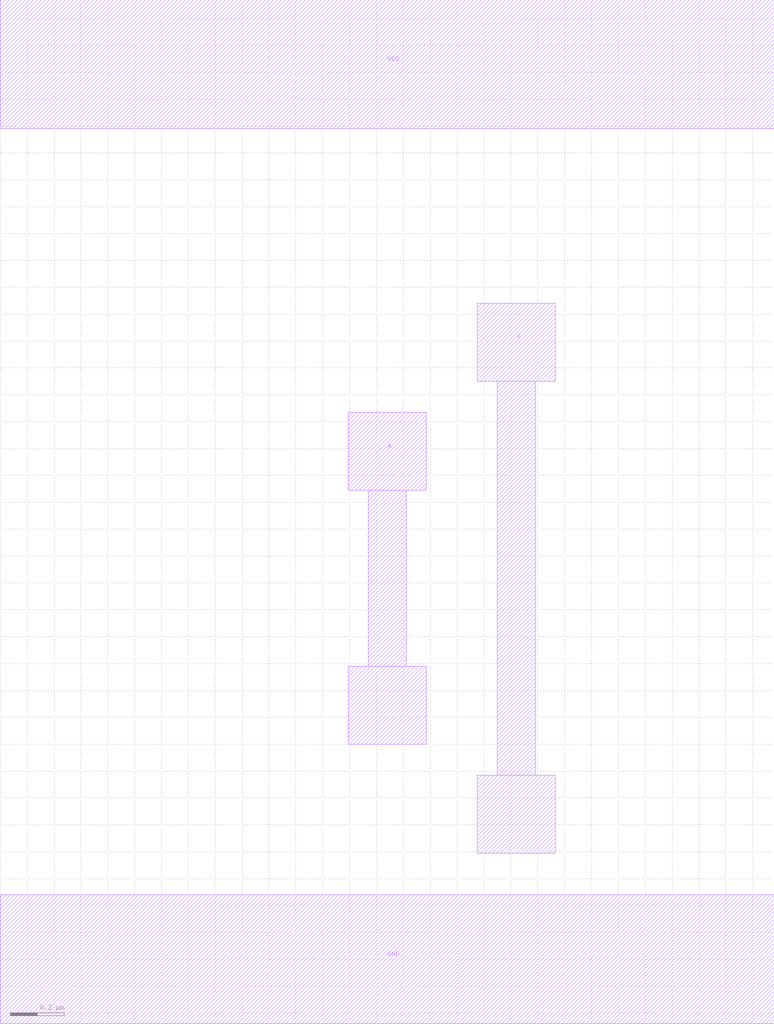
<source format=lef>
MACRO INVX1
 CLASS CORE ;
 FOREIGN INVX1 0 0 ;
 ORIGIN 0 0 ;
 SYMMETRY X Y R90 ;
 SITE CORE ;
  PIN VDD
   DIRECTION INOUT ;
   USE SIGNAL ;
   SHAPE ABUTMENT ;
    PORT
     CLASS CORE ;
       LAYER metal2 ;
        RECT 0.00000000 3.09000000 2.88000000 3.57000000 ;
    END
  END VDD

  PIN GND
   DIRECTION INOUT ;
   USE SIGNAL ;
   SHAPE ABUTMENT ;
    PORT
     CLASS CORE ;
       LAYER metal2 ;
        RECT 0.00000000 -0.24000000 2.88000000 0.24000000 ;
    END
  END GND

  PIN Y
   DIRECTION INOUT ;
   USE SIGNAL ;
   SHAPE ABUTMENT ;
    PORT
     CLASS CORE ;
       LAYER metal2 ;
        RECT 1.77500000 0.39500000 2.06500000 0.68500000 ;
        RECT 1.85000000 0.68500000 1.99000000 2.15000000 ;
        RECT 1.77500000 2.15000000 2.06500000 2.44000000 ;
    END
  END Y

  PIN A
   DIRECTION INOUT ;
   USE SIGNAL ;
   SHAPE ABUTMENT ;
    PORT
     CLASS CORE ;
       LAYER metal2 ;
        RECT 1.29500000 0.80000000 1.58500000 1.09000000 ;
        RECT 1.37000000 1.09000000 1.51000000 1.74500000 ;
        RECT 1.29500000 1.74500000 1.58500000 2.03500000 ;
    END
  END A


END INVX1

</source>
